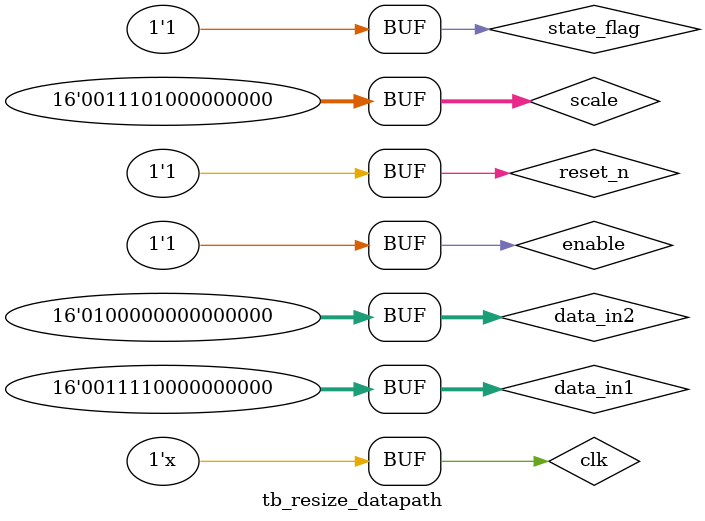
<source format=v>

module tb_resize_datapath;
  reg [15:0] data_in1, data_in2, scale;
  reg state_flag, clk, reset_n, enable;
  
  wire [15:0] data_out;
  
  initial begin
    data_in1   <= 16'h3C00; //1
    data_in2   <= 16'h4000; //2
    scale      <= 16'h3A00; //0.75  
    reset_n    <= 0;
    enable     <= 0;
    clk        <= 1;
    #2 reset_n   <= 1;
    #1 enable    <= 1;
    #7 state_flag<= 1;
  end
  
  always begin
    #1 clk = ~clk;
 end
  resize_datapath rd (
    .clk,
    .reset_n,
    .enable,
    .data_in1,
    .data_in2,
    .scale, 
    .data_out
  );
endmodule
</source>
